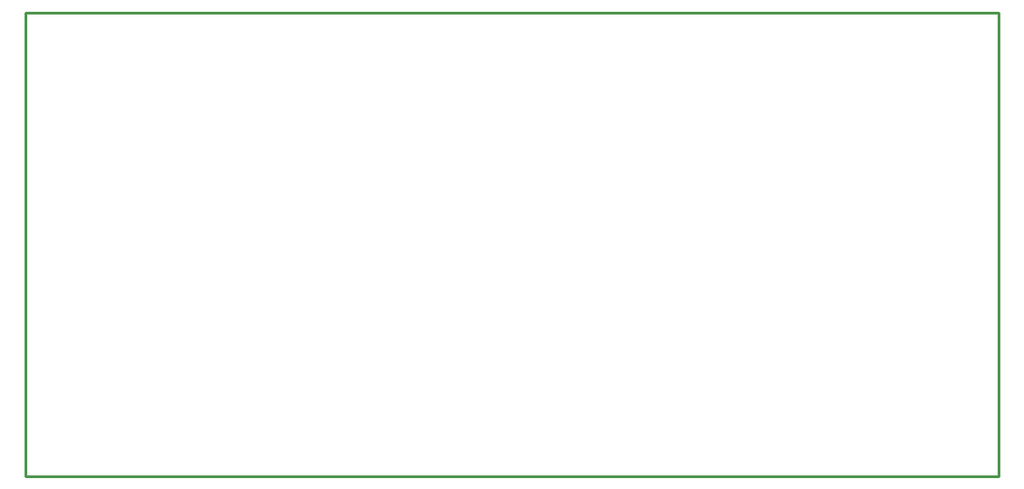
<source format=gko>
G04 ---------------------------- Layer name :KeepOutLayer*
G04 EasyEDA v5.4.10, Tue, 24 Apr 2018 06:19:31 GMT*
G04 0ec78c7897c84d5d92d9569371cc6eda*
G04 Gerber Generator version 0.2*
G04 Scale: 100 percent, Rotated: No, Reflected: No *
G04 Dimensions in millimeters *
G04 leading zeros omitted , absolute positions ,3 integer and 3 decimal *
%FSLAX33Y33*%
%MOMM*%
G90*
G71D02*

%ADD10C,0.254000*%
G54D10*
G01X0Y42900D02*
G01X0Y43210D01*
G01X90627Y43210D01*
G01X90627Y0D01*
G01X0Y0D01*
G01X0Y42900D01*

%LPD*%
M00*
M02*

</source>
